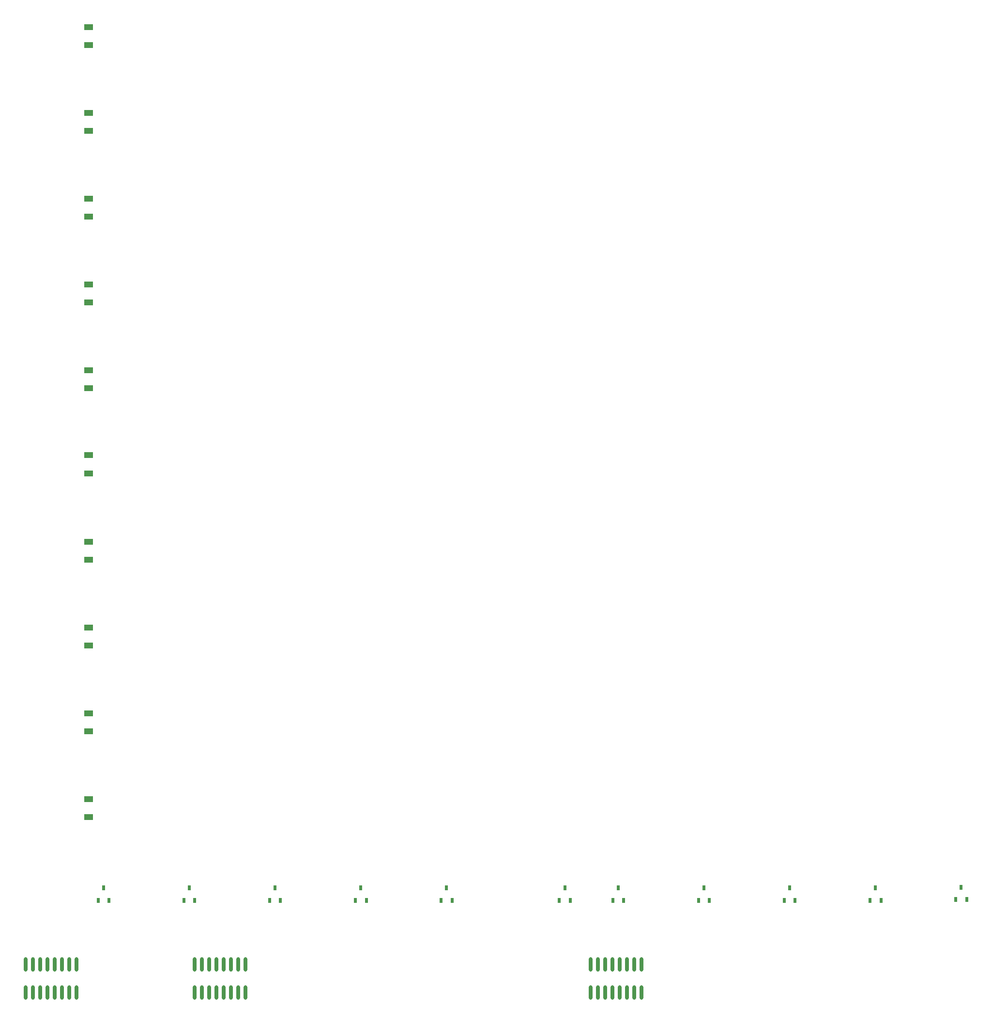
<source format=gtp>
G04 Layer_Color=8421504*
%FSLAX25Y25*%
%MOIN*%
G70*
G01*
G75*
%ADD10O,0.02756X0.09843*%
%ADD11R,0.02362X0.03347*%
%ADD12R,0.05906X0.03937*%
D10*
X-343677Y-363146D02*
D03*
X-338677D02*
D03*
X-333677D02*
D03*
X-328677D02*
D03*
X-323677D02*
D03*
X-318677D02*
D03*
X-313677D02*
D03*
X-308677D02*
D03*
X-343677Y-343854D02*
D03*
X-338677D02*
D03*
X-333677D02*
D03*
X-328677D02*
D03*
X-323677D02*
D03*
X-318677D02*
D03*
X-313677D02*
D03*
X-308677D02*
D03*
X45323Y-363146D02*
D03*
X50323D02*
D03*
X55323D02*
D03*
X60323D02*
D03*
X65323D02*
D03*
X70323D02*
D03*
X75323D02*
D03*
X80323D02*
D03*
X45323Y-343854D02*
D03*
X50323D02*
D03*
X55323D02*
D03*
X60323D02*
D03*
X65323D02*
D03*
X70323D02*
D03*
X75323D02*
D03*
X80323D02*
D03*
X-192177D02*
D03*
X-197177D02*
D03*
X-202177D02*
D03*
X-207177D02*
D03*
X-212177D02*
D03*
X-217177D02*
D03*
X-222177D02*
D03*
X-227177D02*
D03*
X-192177Y-363146D02*
D03*
X-197177D02*
D03*
X-202177D02*
D03*
X-207177D02*
D03*
X-212177D02*
D03*
X-217177D02*
D03*
X-222177D02*
D03*
X-227177D02*
D03*
D11*
X-290052Y-291240D02*
D03*
X-286311Y-299705D02*
D03*
X-293792D02*
D03*
X27559Y-291240D02*
D03*
X31299Y-299705D02*
D03*
X23819D02*
D03*
X-230996Y-291240D02*
D03*
X-227256Y-299705D02*
D03*
X-234736D02*
D03*
X-171941Y-291240D02*
D03*
X-168201Y-299705D02*
D03*
X-175681D02*
D03*
X-112886Y-291240D02*
D03*
X-109146Y-299705D02*
D03*
X-116626D02*
D03*
X-53831Y-291240D02*
D03*
X-50091Y-299705D02*
D03*
X-57571D02*
D03*
X64279Y-291240D02*
D03*
X68020Y-299705D02*
D03*
X60539D02*
D03*
X123335Y-291240D02*
D03*
X127075Y-299705D02*
D03*
X119594D02*
D03*
X182390Y-291240D02*
D03*
X186130Y-299705D02*
D03*
X178649D02*
D03*
X241445Y-291240D02*
D03*
X245185Y-299705D02*
D03*
X237705D02*
D03*
X300500Y-290768D02*
D03*
X304240Y-299232D02*
D03*
X296760D02*
D03*
D12*
X-300245Y-242634D02*
D03*
Y-230035D02*
D03*
Y-183634D02*
D03*
Y-171035D02*
D03*
Y-124634D02*
D03*
Y-112035D02*
D03*
Y-65634D02*
D03*
Y-53035D02*
D03*
Y-6134D02*
D03*
Y6465D02*
D03*
Y52366D02*
D03*
Y64965D02*
D03*
Y111366D02*
D03*
Y123965D02*
D03*
Y170366D02*
D03*
Y182965D02*
D03*
Y229366D02*
D03*
Y241965D02*
D03*
Y288366D02*
D03*
Y300965D02*
D03*
M02*

</source>
